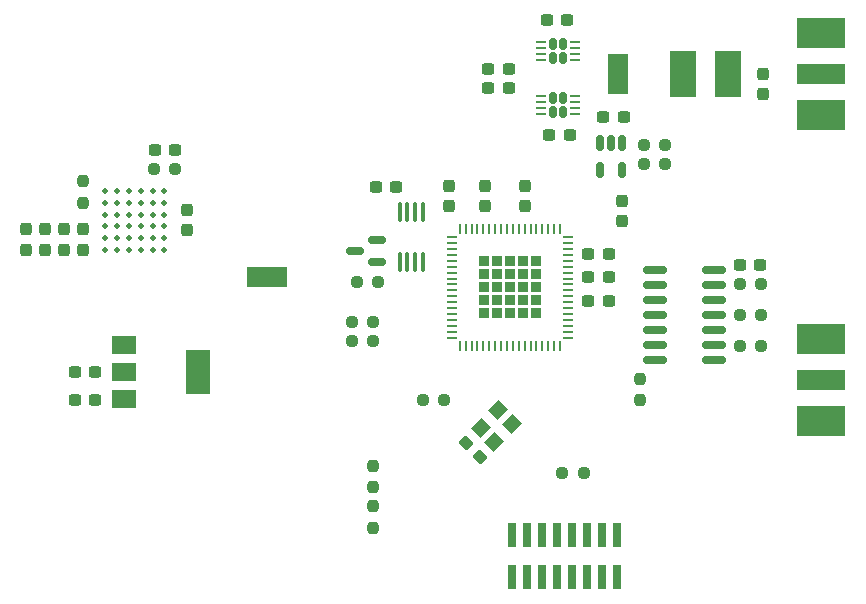
<source format=gbr>
%TF.GenerationSoftware,KiCad,Pcbnew,6.0.6-3a73a75311~116~ubuntu20.04.1*%
%TF.CreationDate,2022-09-22T11:08:13+01:00*%
%TF.ProjectId,UFOMothership,55464f4d-6f74-4686-9572-736869702e6b,rev?*%
%TF.SameCoordinates,Original*%
%TF.FileFunction,Paste,Top*%
%TF.FilePolarity,Positive*%
%FSLAX46Y46*%
G04 Gerber Fmt 4.6, Leading zero omitted, Abs format (unit mm)*
G04 Created by KiCad (PCBNEW 6.0.6-3a73a75311~116~ubuntu20.04.1) date 2022-09-22 11:08:13*
%MOMM*%
%LPD*%
G01*
G04 APERTURE LIST*
G04 Aperture macros list*
%AMRoundRect*
0 Rectangle with rounded corners*
0 $1 Rounding radius*
0 $2 $3 $4 $5 $6 $7 $8 $9 X,Y pos of 4 corners*
0 Add a 4 corners polygon primitive as box body*
4,1,4,$2,$3,$4,$5,$6,$7,$8,$9,$2,$3,0*
0 Add four circle primitives for the rounded corners*
1,1,$1+$1,$2,$3*
1,1,$1+$1,$4,$5*
1,1,$1+$1,$6,$7*
1,1,$1+$1,$8,$9*
0 Add four rect primitives between the rounded corners*
20,1,$1+$1,$2,$3,$4,$5,0*
20,1,$1+$1,$4,$5,$6,$7,0*
20,1,$1+$1,$6,$7,$8,$9,0*
20,1,$1+$1,$8,$9,$2,$3,0*%
%AMRotRect*
0 Rectangle, with rotation*
0 The origin of the aperture is its center*
0 $1 length*
0 $2 width*
0 $3 Rotation angle, in degrees counterclockwise*
0 Add horizontal line*
21,1,$1,$2,0,0,$3*%
G04 Aperture macros list end*
%ADD10RotRect,1.300000X1.100000X45.000000*%
%ADD11RoundRect,0.237500X0.380070X-0.044194X-0.044194X0.380070X-0.380070X0.044194X0.044194X-0.380070X0*%
%ADD12RoundRect,0.237500X-0.237500X0.250000X-0.237500X-0.250000X0.237500X-0.250000X0.237500X0.250000X0*%
%ADD13RoundRect,0.237500X0.300000X0.237500X-0.300000X0.237500X-0.300000X-0.237500X0.300000X-0.237500X0*%
%ADD14RoundRect,0.237500X-0.250000X-0.237500X0.250000X-0.237500X0.250000X0.237500X-0.250000X0.237500X0*%
%ADD15R,0.750000X2.100000*%
%ADD16RoundRect,0.237500X-0.300000X-0.237500X0.300000X-0.237500X0.300000X0.237500X-0.300000X0.237500X0*%
%ADD17C,0.500000*%
%ADD18R,4.190000X1.780000*%
%ADD19R,4.190000X2.665000*%
%ADD20RoundRect,0.100000X0.100000X-0.712500X0.100000X0.712500X-0.100000X0.712500X-0.100000X-0.712500X0*%
%ADD21RoundRect,0.237500X0.237500X-0.300000X0.237500X0.300000X-0.237500X0.300000X-0.237500X-0.300000X0*%
%ADD22RoundRect,0.232379X0.232379X0.232379X-0.232379X0.232379X-0.232379X-0.232379X0.232379X-0.232379X0*%
%ADD23RoundRect,0.062500X0.375000X0.062500X-0.375000X0.062500X-0.375000X-0.062500X0.375000X-0.062500X0*%
%ADD24RoundRect,0.062500X0.062500X0.375000X-0.062500X0.375000X-0.062500X-0.375000X0.062500X-0.375000X0*%
%ADD25R,1.800000X3.400000*%
%ADD26R,3.400000X1.800000*%
%ADD27RoundRect,0.150000X0.587500X0.150000X-0.587500X0.150000X-0.587500X-0.150000X0.587500X-0.150000X0*%
%ADD28RoundRect,0.237500X-0.237500X0.300000X-0.237500X-0.300000X0.237500X-0.300000X0.237500X0.300000X0*%
%ADD29RoundRect,0.167500X0.167500X0.312500X-0.167500X0.312500X-0.167500X-0.312500X0.167500X-0.312500X0*%
%ADD30RoundRect,0.062500X0.362500X0.062500X-0.362500X0.062500X-0.362500X-0.062500X0.362500X-0.062500X0*%
%ADD31RoundRect,0.150000X-0.825000X-0.150000X0.825000X-0.150000X0.825000X0.150000X-0.825000X0.150000X0*%
%ADD32RoundRect,0.150000X-0.150000X0.512500X-0.150000X-0.512500X0.150000X-0.512500X0.150000X0.512500X0*%
%ADD33RoundRect,0.237500X0.250000X0.237500X-0.250000X0.237500X-0.250000X-0.237500X0.250000X-0.237500X0*%
%ADD34R,2.200000X3.900000*%
%ADD35R,2.000000X1.500000*%
%ADD36R,2.000000X3.800000*%
G04 APERTURE END LIST*
D10*
%TO.C,X1*%
X180040901Y-97925825D03*
X181525825Y-96440901D03*
X180359099Y-95274175D03*
X178874175Y-96759099D03*
%TD*%
D11*
%TO.C,C24*%
X178819760Y-99219760D03*
X177600000Y-98000000D03*
%TD*%
D12*
%TO.C,R7*%
X145200000Y-75887500D03*
X145200000Y-77712500D03*
%TD*%
D13*
%TO.C,C16*%
X181262500Y-66400000D03*
X179537500Y-66400000D03*
%TD*%
D14*
%TO.C,R9*%
X192687500Y-74400000D03*
X194512500Y-74400000D03*
%TD*%
D15*
%TO.C,J7*%
X181555000Y-105800000D03*
X181555000Y-109400000D03*
X182825000Y-105800000D03*
X182825000Y-109400000D03*
X184095000Y-105800000D03*
X184095000Y-109400000D03*
X185365000Y-105800000D03*
X185365000Y-109400000D03*
X186635000Y-105800000D03*
X186635000Y-109400000D03*
X187905000Y-105800000D03*
X187905000Y-109400000D03*
X189175000Y-105800000D03*
X189175000Y-109400000D03*
X190445000Y-105800000D03*
X190445000Y-109400000D03*
%TD*%
D16*
%TO.C,C15*%
X200800000Y-83000000D03*
X202525000Y-83000000D03*
%TD*%
D17*
%TO.C,U1*%
X147100000Y-76700000D03*
X148100000Y-76700000D03*
X149100000Y-76700000D03*
X150100000Y-76700000D03*
X151100000Y-76700000D03*
X152100000Y-76700000D03*
X147100000Y-77700000D03*
X148100000Y-77700000D03*
X149100000Y-77700000D03*
X150100000Y-77700000D03*
X151100000Y-77700000D03*
X152100000Y-77700000D03*
X147100000Y-78700000D03*
X148100000Y-78700000D03*
X149100000Y-78700000D03*
X150100000Y-78700000D03*
X151100000Y-78700000D03*
X152100000Y-78700000D03*
X147100000Y-79700000D03*
X148100000Y-79700000D03*
X149100000Y-79700000D03*
X150100000Y-79700000D03*
X151100000Y-79700000D03*
X152100000Y-79700000D03*
X147100000Y-80700000D03*
X148100000Y-80700000D03*
X149100000Y-80700000D03*
X150100000Y-80700000D03*
X151100000Y-80700000D03*
X152100000Y-80700000D03*
X147100000Y-81700000D03*
X148100000Y-81700000D03*
X149100000Y-81700000D03*
X150100000Y-81700000D03*
X151100000Y-81700000D03*
X152100000Y-81700000D03*
%TD*%
D16*
%TO.C,C11*%
X184475000Y-62200000D03*
X186200000Y-62200000D03*
%TD*%
D18*
%TO.C,J4*%
X207665000Y-66800000D03*
D19*
X207665000Y-70292500D03*
X207665000Y-63307500D03*
%TD*%
D20*
%TO.C,U2*%
X172025000Y-82712500D03*
X172675000Y-82712500D03*
X173325000Y-82712500D03*
X173975000Y-82712500D03*
X173975000Y-78487500D03*
X173325000Y-78487500D03*
X172675000Y-78487500D03*
X172025000Y-78487500D03*
%TD*%
D21*
%TO.C,C21*%
X176200000Y-77999999D03*
X176200000Y-76274999D03*
%TD*%
D14*
%TO.C,R3*%
X167975000Y-87800000D03*
X169800000Y-87800000D03*
%TD*%
%TO.C,R8*%
X168375000Y-84387500D03*
X170200000Y-84387500D03*
%TD*%
D13*
%TO.C,C3*%
X153000000Y-73200000D03*
X151275000Y-73200000D03*
%TD*%
D12*
%TO.C,R10*%
X169800000Y-103375000D03*
X169800000Y-105200000D03*
%TD*%
D22*
%TO.C,U3*%
X181350000Y-85962500D03*
X183550000Y-85962500D03*
X181350000Y-83762500D03*
X179150000Y-85962500D03*
X183550000Y-84862500D03*
X179150000Y-84862500D03*
X182450000Y-84862500D03*
X183550000Y-83762500D03*
X179150000Y-83762500D03*
X181350000Y-87062500D03*
X180250000Y-82662500D03*
X180250000Y-87062500D03*
X180250000Y-85962500D03*
X182450000Y-87062500D03*
X181350000Y-82662500D03*
X180250000Y-84862500D03*
X179150000Y-82662500D03*
X182450000Y-83762500D03*
X181350000Y-84862500D03*
X179150000Y-87062500D03*
X183550000Y-87062500D03*
X182450000Y-82662500D03*
X182450000Y-85962500D03*
X180250000Y-83762500D03*
X183550000Y-82662500D03*
D23*
X186287500Y-89112500D03*
X186287500Y-88612500D03*
X186287500Y-88112500D03*
X186287500Y-87612500D03*
X186287500Y-87112500D03*
X186287500Y-86612500D03*
X186287500Y-86112500D03*
X186287500Y-85612500D03*
X186287500Y-85112500D03*
X186287500Y-84612500D03*
X186287500Y-84112500D03*
X186287500Y-83612500D03*
X186287500Y-83112500D03*
X186287500Y-82612500D03*
X186287500Y-82112500D03*
X186287500Y-81612500D03*
X186287500Y-81112500D03*
X186287500Y-80612500D03*
D24*
X185600000Y-79925000D03*
X185100000Y-79925000D03*
X184600000Y-79925000D03*
X184100000Y-79925000D03*
X183600000Y-79925000D03*
X183100000Y-79925000D03*
X182600000Y-79925000D03*
X182100000Y-79925000D03*
X181600000Y-79925000D03*
X181100000Y-79925000D03*
X180600000Y-79925000D03*
X180100000Y-79925000D03*
X179600000Y-79925000D03*
X179100000Y-79925000D03*
X178600000Y-79925000D03*
X178100000Y-79925000D03*
X177600000Y-79925000D03*
X177100000Y-79925000D03*
D23*
X176412500Y-80612500D03*
X176412500Y-81112500D03*
X176412500Y-81612500D03*
X176412500Y-82112500D03*
X176412500Y-82612500D03*
X176412500Y-83112500D03*
X176412500Y-83612500D03*
X176412500Y-84112500D03*
X176412500Y-84612500D03*
X176412500Y-85112500D03*
X176412500Y-85612500D03*
X176412500Y-86112500D03*
X176412500Y-86612500D03*
X176412500Y-87112500D03*
X176412500Y-87612500D03*
X176412500Y-88112500D03*
X176412500Y-88612500D03*
X176412500Y-89112500D03*
D24*
X177100000Y-89800000D03*
X177600000Y-89800000D03*
X178100000Y-89800000D03*
X178600000Y-89800000D03*
X179100000Y-89800000D03*
X179600000Y-89800000D03*
X180100000Y-89800000D03*
X180600000Y-89800000D03*
X181100000Y-89800000D03*
X181600000Y-89800000D03*
X182100000Y-89800000D03*
X182600000Y-89800000D03*
X183100000Y-89800000D03*
X183600000Y-89800000D03*
X184100000Y-89800000D03*
X184600000Y-89800000D03*
X185100000Y-89800000D03*
X185600000Y-89800000D03*
%TD*%
D14*
%TO.C,R15*%
X200800000Y-84600000D03*
X202625000Y-84600000D03*
%TD*%
D25*
%TO.C,TP1*%
X190512500Y-66800000D03*
%TD*%
D26*
%TO.C,TP2*%
X160800000Y-84000000D03*
%TD*%
D21*
%TO.C,C4*%
X142000000Y-81662500D03*
X142000000Y-79937500D03*
%TD*%
%TO.C,C22*%
X182600000Y-77999999D03*
X182600000Y-76274999D03*
%TD*%
D13*
%TO.C,C5*%
X146262500Y-92000000D03*
X144537500Y-92000000D03*
%TD*%
%TO.C,C12*%
X186399999Y-72000000D03*
X184674999Y-72000000D03*
%TD*%
D27*
%TO.C,U6*%
X170137500Y-82737500D03*
X170137500Y-80837500D03*
X168262500Y-81787500D03*
%TD*%
D13*
%TO.C,C2*%
X146262500Y-94400000D03*
X144537500Y-94400000D03*
%TD*%
D28*
%TO.C,C10*%
X202800000Y-66800000D03*
X202800000Y-68525000D03*
%TD*%
D13*
%TO.C,C17*%
X181262500Y-68000000D03*
X179537500Y-68000000D03*
%TD*%
D14*
%TO.C,R2*%
X167975000Y-89400000D03*
X169800000Y-89400000D03*
%TD*%
D16*
%TO.C,C20*%
X188000000Y-84000000D03*
X189725000Y-84000000D03*
%TD*%
D21*
%TO.C,C19*%
X179200000Y-77999999D03*
X179200000Y-76274999D03*
%TD*%
%TO.C,C6*%
X140400000Y-81662500D03*
X140400000Y-79937500D03*
%TD*%
D14*
%TO.C,R14*%
X200800000Y-87200000D03*
X202625000Y-87200000D03*
%TD*%
D29*
%TO.C,U9*%
X184990000Y-68805000D03*
X185810000Y-69995000D03*
X185810000Y-68805000D03*
X184990000Y-69995000D03*
D30*
X186850000Y-70150000D03*
X186850000Y-69650000D03*
X186850000Y-69150000D03*
X186850000Y-68650000D03*
X183950000Y-68650000D03*
X183950000Y-69150000D03*
X183950000Y-69650000D03*
X183950000Y-70150000D03*
%TD*%
D31*
%TO.C,U5*%
X193675001Y-83352500D03*
X193675001Y-84622500D03*
X193675001Y-85892500D03*
X193675001Y-87162500D03*
X193675001Y-88432500D03*
X193675001Y-89702500D03*
X193675001Y-90972500D03*
X198625001Y-90972500D03*
X198625001Y-89702500D03*
X198625001Y-88432500D03*
X198625001Y-87162500D03*
X198625001Y-85892500D03*
X198625001Y-84622500D03*
X198625001Y-83352500D03*
%TD*%
D14*
%TO.C,R13*%
X200800000Y-89800000D03*
X202625000Y-89800000D03*
%TD*%
D32*
%TO.C,U7*%
X190862501Y-72662500D03*
X189912501Y-72662500D03*
X188962501Y-72662500D03*
X188962501Y-74937500D03*
X190862501Y-74937500D03*
%TD*%
D33*
%TO.C,R16*%
X194512500Y-72800000D03*
X192687500Y-72800000D03*
%TD*%
D18*
%TO.C,J3*%
X207665000Y-92707500D03*
D19*
X207665000Y-89215000D03*
X207665000Y-96200000D03*
%TD*%
D16*
%TO.C,C18*%
X188000000Y-82000000D03*
X189725000Y-82000000D03*
%TD*%
D14*
%TO.C,R1*%
X173975000Y-94400000D03*
X175800000Y-94400000D03*
%TD*%
D21*
%TO.C,C7*%
X145200000Y-81662500D03*
X145200000Y-79937500D03*
%TD*%
D12*
%TO.C,R12*%
X192400000Y-92600000D03*
X192400000Y-94425000D03*
%TD*%
D16*
%TO.C,C9*%
X189250001Y-70400000D03*
X190975001Y-70400000D03*
%TD*%
D29*
%TO.C,U8*%
X185809999Y-65445001D03*
X184989999Y-65445001D03*
X184989999Y-64255001D03*
X185809999Y-64255001D03*
D30*
X186849999Y-65600001D03*
X186849999Y-65100001D03*
X186849999Y-64600001D03*
X186849999Y-64100001D03*
X183949999Y-64100001D03*
X183949999Y-64600001D03*
X183949999Y-65100001D03*
X183949999Y-65600001D03*
%TD*%
D28*
%TO.C,C1*%
X154000000Y-78274999D03*
X154000000Y-79999999D03*
%TD*%
D21*
%TO.C,C8*%
X143600000Y-81662500D03*
X143600000Y-79937500D03*
%TD*%
D12*
%TO.C,R11*%
X169800000Y-99975000D03*
X169800000Y-101800000D03*
%TD*%
D14*
%TO.C,R4*%
X185775000Y-100600000D03*
X187600000Y-100600000D03*
%TD*%
D34*
%TO.C,L1*%
X196000000Y-66800000D03*
X199800000Y-66800000D03*
%TD*%
D14*
%TO.C,R6*%
X151175000Y-74800000D03*
X153000000Y-74800000D03*
%TD*%
D28*
%TO.C,C14*%
X190800000Y-77537500D03*
X190800000Y-79262500D03*
%TD*%
D35*
%TO.C,U4*%
X148650000Y-89700000D03*
X148650000Y-92000000D03*
D36*
X154950000Y-92000000D03*
D35*
X148650000Y-94300000D03*
%TD*%
D13*
%TO.C,C13*%
X171725001Y-76400000D03*
X170000001Y-76400000D03*
%TD*%
D16*
%TO.C,C23*%
X188000000Y-86000000D03*
X189725000Y-86000000D03*
%TD*%
M02*

</source>
